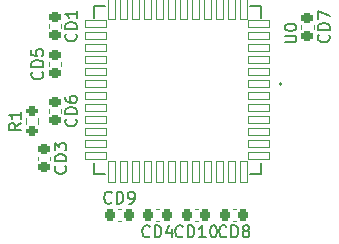
<source format=gto>
%TF.GenerationSoftware,KiCad,Pcbnew,8.0.3-8.0.3-0~ubuntu24.04.1*%
%TF.CreationDate,2024-07-09T09:27:24+02:00*%
%TF.ProjectId,PythonBreakout,50797468-6f6e-4427-9265-616b6f75742e,rev?*%
%TF.SameCoordinates,Original*%
%TF.FileFunction,Legend,Top*%
%TF.FilePolarity,Positive*%
%FSLAX46Y46*%
G04 Gerber Fmt 4.6, Leading zero omitted, Abs format (unit mm)*
G04 Created by KiCad (PCBNEW 8.0.3-8.0.3-0~ubuntu24.04.1) date 2024-07-09 09:27:24*
%MOMM*%
%LPD*%
G01*
G04 APERTURE LIST*
G04 Aperture macros list*
%AMRoundRect*
0 Rectangle with rounded corners*
0 $1 Rounding radius*
0 $2 $3 $4 $5 $6 $7 $8 $9 X,Y pos of 4 corners*
0 Add a 4 corners polygon primitive as box body*
4,1,4,$2,$3,$4,$5,$6,$7,$8,$9,$2,$3,0*
0 Add four circle primitives for the rounded corners*
1,1,$1+$1,$2,$3*
1,1,$1+$1,$4,$5*
1,1,$1+$1,$6,$7*
1,1,$1+$1,$8,$9*
0 Add four rect primitives between the rounded corners*
20,1,$1+$1,$2,$3,$4,$5,0*
20,1,$1+$1,$4,$5,$6,$7,0*
20,1,$1+$1,$6,$7,$8,$9,0*
20,1,$1+$1,$8,$9,$2,$3,0*%
G04 Aperture macros list end*
%ADD10C,0.150000*%
%ADD11C,0.120000*%
%ADD12C,0.127000*%
%ADD13C,0.200000*%
%ADD14RoundRect,0.225000X0.225000X0.250000X-0.225000X0.250000X-0.225000X-0.250000X0.225000X-0.250000X0*%
%ADD15RoundRect,0.225000X-0.250000X0.225000X-0.250000X-0.225000X0.250000X-0.225000X0.250000X0.225000X0*%
%ADD16RoundRect,0.040440X-0.876560X0.296560X-0.876560X-0.296560X0.876560X-0.296560X0.876560X0.296560X0*%
%ADD17RoundRect,0.040440X-0.296560X0.876560X-0.296560X-0.876560X0.296560X-0.876560X0.296560X0.876560X0*%
%ADD18RoundRect,0.200000X0.275000X-0.200000X0.275000X0.200000X-0.275000X0.200000X-0.275000X-0.200000X0*%
%ADD19RoundRect,0.225000X-0.225000X-0.250000X0.225000X-0.250000X0.225000X0.250000X-0.225000X0.250000X0*%
%ADD20RoundRect,0.225000X0.250000X-0.225000X0.250000X0.225000X-0.250000X0.225000X-0.250000X-0.225000X0*%
%ADD21C,1.190000*%
G04 APERTURE END LIST*
D10*
X87638333Y-82364580D02*
X87590714Y-82412200D01*
X87590714Y-82412200D02*
X87447857Y-82459819D01*
X87447857Y-82459819D02*
X87352619Y-82459819D01*
X87352619Y-82459819D02*
X87209762Y-82412200D01*
X87209762Y-82412200D02*
X87114524Y-82316961D01*
X87114524Y-82316961D02*
X87066905Y-82221723D01*
X87066905Y-82221723D02*
X87019286Y-82031247D01*
X87019286Y-82031247D02*
X87019286Y-81888390D01*
X87019286Y-81888390D02*
X87066905Y-81697914D01*
X87066905Y-81697914D02*
X87114524Y-81602676D01*
X87114524Y-81602676D02*
X87209762Y-81507438D01*
X87209762Y-81507438D02*
X87352619Y-81459819D01*
X87352619Y-81459819D02*
X87447857Y-81459819D01*
X87447857Y-81459819D02*
X87590714Y-81507438D01*
X87590714Y-81507438D02*
X87638333Y-81555057D01*
X88066905Y-82459819D02*
X88066905Y-81459819D01*
X88066905Y-81459819D02*
X88305000Y-81459819D01*
X88305000Y-81459819D02*
X88447857Y-81507438D01*
X88447857Y-81507438D02*
X88543095Y-81602676D01*
X88543095Y-81602676D02*
X88590714Y-81697914D01*
X88590714Y-81697914D02*
X88638333Y-81888390D01*
X88638333Y-81888390D02*
X88638333Y-82031247D01*
X88638333Y-82031247D02*
X88590714Y-82221723D01*
X88590714Y-82221723D02*
X88543095Y-82316961D01*
X88543095Y-82316961D02*
X88447857Y-82412200D01*
X88447857Y-82412200D02*
X88305000Y-82459819D01*
X88305000Y-82459819D02*
X88066905Y-82459819D01*
X89495476Y-81793152D02*
X89495476Y-82459819D01*
X89257381Y-81412200D02*
X89019286Y-82126485D01*
X89019286Y-82126485D02*
X89638333Y-82126485D01*
X81394580Y-72441666D02*
X81442200Y-72489285D01*
X81442200Y-72489285D02*
X81489819Y-72632142D01*
X81489819Y-72632142D02*
X81489819Y-72727380D01*
X81489819Y-72727380D02*
X81442200Y-72870237D01*
X81442200Y-72870237D02*
X81346961Y-72965475D01*
X81346961Y-72965475D02*
X81251723Y-73013094D01*
X81251723Y-73013094D02*
X81061247Y-73060713D01*
X81061247Y-73060713D02*
X80918390Y-73060713D01*
X80918390Y-73060713D02*
X80727914Y-73013094D01*
X80727914Y-73013094D02*
X80632676Y-72965475D01*
X80632676Y-72965475D02*
X80537438Y-72870237D01*
X80537438Y-72870237D02*
X80489819Y-72727380D01*
X80489819Y-72727380D02*
X80489819Y-72632142D01*
X80489819Y-72632142D02*
X80537438Y-72489285D01*
X80537438Y-72489285D02*
X80585057Y-72441666D01*
X81489819Y-72013094D02*
X80489819Y-72013094D01*
X80489819Y-72013094D02*
X80489819Y-71774999D01*
X80489819Y-71774999D02*
X80537438Y-71632142D01*
X80537438Y-71632142D02*
X80632676Y-71536904D01*
X80632676Y-71536904D02*
X80727914Y-71489285D01*
X80727914Y-71489285D02*
X80918390Y-71441666D01*
X80918390Y-71441666D02*
X81061247Y-71441666D01*
X81061247Y-71441666D02*
X81251723Y-71489285D01*
X81251723Y-71489285D02*
X81346961Y-71536904D01*
X81346961Y-71536904D02*
X81442200Y-71632142D01*
X81442200Y-71632142D02*
X81489819Y-71774999D01*
X81489819Y-71774999D02*
X81489819Y-72013094D01*
X80489819Y-70584523D02*
X80489819Y-70774999D01*
X80489819Y-70774999D02*
X80537438Y-70870237D01*
X80537438Y-70870237D02*
X80585057Y-70917856D01*
X80585057Y-70917856D02*
X80727914Y-71013094D01*
X80727914Y-71013094D02*
X80918390Y-71060713D01*
X80918390Y-71060713D02*
X81299342Y-71060713D01*
X81299342Y-71060713D02*
X81394580Y-71013094D01*
X81394580Y-71013094D02*
X81442200Y-70965475D01*
X81442200Y-70965475D02*
X81489819Y-70870237D01*
X81489819Y-70870237D02*
X81489819Y-70679761D01*
X81489819Y-70679761D02*
X81442200Y-70584523D01*
X81442200Y-70584523D02*
X81394580Y-70536904D01*
X81394580Y-70536904D02*
X81299342Y-70489285D01*
X81299342Y-70489285D02*
X81061247Y-70489285D01*
X81061247Y-70489285D02*
X80966009Y-70536904D01*
X80966009Y-70536904D02*
X80918390Y-70584523D01*
X80918390Y-70584523D02*
X80870771Y-70679761D01*
X80870771Y-70679761D02*
X80870771Y-70870237D01*
X80870771Y-70870237D02*
X80918390Y-70965475D01*
X80918390Y-70965475D02*
X80966009Y-71013094D01*
X80966009Y-71013094D02*
X81061247Y-71060713D01*
X102794580Y-65316666D02*
X102842200Y-65364285D01*
X102842200Y-65364285D02*
X102889819Y-65507142D01*
X102889819Y-65507142D02*
X102889819Y-65602380D01*
X102889819Y-65602380D02*
X102842200Y-65745237D01*
X102842200Y-65745237D02*
X102746961Y-65840475D01*
X102746961Y-65840475D02*
X102651723Y-65888094D01*
X102651723Y-65888094D02*
X102461247Y-65935713D01*
X102461247Y-65935713D02*
X102318390Y-65935713D01*
X102318390Y-65935713D02*
X102127914Y-65888094D01*
X102127914Y-65888094D02*
X102032676Y-65840475D01*
X102032676Y-65840475D02*
X101937438Y-65745237D01*
X101937438Y-65745237D02*
X101889819Y-65602380D01*
X101889819Y-65602380D02*
X101889819Y-65507142D01*
X101889819Y-65507142D02*
X101937438Y-65364285D01*
X101937438Y-65364285D02*
X101985057Y-65316666D01*
X102889819Y-64888094D02*
X101889819Y-64888094D01*
X101889819Y-64888094D02*
X101889819Y-64649999D01*
X101889819Y-64649999D02*
X101937438Y-64507142D01*
X101937438Y-64507142D02*
X102032676Y-64411904D01*
X102032676Y-64411904D02*
X102127914Y-64364285D01*
X102127914Y-64364285D02*
X102318390Y-64316666D01*
X102318390Y-64316666D02*
X102461247Y-64316666D01*
X102461247Y-64316666D02*
X102651723Y-64364285D01*
X102651723Y-64364285D02*
X102746961Y-64411904D01*
X102746961Y-64411904D02*
X102842200Y-64507142D01*
X102842200Y-64507142D02*
X102889819Y-64649999D01*
X102889819Y-64649999D02*
X102889819Y-64888094D01*
X101889819Y-63983332D02*
X101889819Y-63316666D01*
X101889819Y-63316666D02*
X102889819Y-63745237D01*
X99059819Y-65966904D02*
X99869342Y-65966904D01*
X99869342Y-65966904D02*
X99964580Y-65919285D01*
X99964580Y-65919285D02*
X100012200Y-65871666D01*
X100012200Y-65871666D02*
X100059819Y-65776428D01*
X100059819Y-65776428D02*
X100059819Y-65585952D01*
X100059819Y-65585952D02*
X100012200Y-65490714D01*
X100012200Y-65490714D02*
X99964580Y-65443095D01*
X99964580Y-65443095D02*
X99869342Y-65395476D01*
X99869342Y-65395476D02*
X99059819Y-65395476D01*
X99059819Y-64728809D02*
X99059819Y-64633571D01*
X99059819Y-64633571D02*
X99107438Y-64538333D01*
X99107438Y-64538333D02*
X99155057Y-64490714D01*
X99155057Y-64490714D02*
X99250295Y-64443095D01*
X99250295Y-64443095D02*
X99440771Y-64395476D01*
X99440771Y-64395476D02*
X99678866Y-64395476D01*
X99678866Y-64395476D02*
X99869342Y-64443095D01*
X99869342Y-64443095D02*
X99964580Y-64490714D01*
X99964580Y-64490714D02*
X100012200Y-64538333D01*
X100012200Y-64538333D02*
X100059819Y-64633571D01*
X100059819Y-64633571D02*
X100059819Y-64728809D01*
X100059819Y-64728809D02*
X100012200Y-64824047D01*
X100012200Y-64824047D02*
X99964580Y-64871666D01*
X99964580Y-64871666D02*
X99869342Y-64919285D01*
X99869342Y-64919285D02*
X99678866Y-64966904D01*
X99678866Y-64966904D02*
X99440771Y-64966904D01*
X99440771Y-64966904D02*
X99250295Y-64919285D01*
X99250295Y-64919285D02*
X99155057Y-64871666D01*
X99155057Y-64871666D02*
X99107438Y-64824047D01*
X99107438Y-64824047D02*
X99059819Y-64728809D01*
X94138333Y-82364580D02*
X94090714Y-82412200D01*
X94090714Y-82412200D02*
X93947857Y-82459819D01*
X93947857Y-82459819D02*
X93852619Y-82459819D01*
X93852619Y-82459819D02*
X93709762Y-82412200D01*
X93709762Y-82412200D02*
X93614524Y-82316961D01*
X93614524Y-82316961D02*
X93566905Y-82221723D01*
X93566905Y-82221723D02*
X93519286Y-82031247D01*
X93519286Y-82031247D02*
X93519286Y-81888390D01*
X93519286Y-81888390D02*
X93566905Y-81697914D01*
X93566905Y-81697914D02*
X93614524Y-81602676D01*
X93614524Y-81602676D02*
X93709762Y-81507438D01*
X93709762Y-81507438D02*
X93852619Y-81459819D01*
X93852619Y-81459819D02*
X93947857Y-81459819D01*
X93947857Y-81459819D02*
X94090714Y-81507438D01*
X94090714Y-81507438D02*
X94138333Y-81555057D01*
X94566905Y-82459819D02*
X94566905Y-81459819D01*
X94566905Y-81459819D02*
X94805000Y-81459819D01*
X94805000Y-81459819D02*
X94947857Y-81507438D01*
X94947857Y-81507438D02*
X95043095Y-81602676D01*
X95043095Y-81602676D02*
X95090714Y-81697914D01*
X95090714Y-81697914D02*
X95138333Y-81888390D01*
X95138333Y-81888390D02*
X95138333Y-82031247D01*
X95138333Y-82031247D02*
X95090714Y-82221723D01*
X95090714Y-82221723D02*
X95043095Y-82316961D01*
X95043095Y-82316961D02*
X94947857Y-82412200D01*
X94947857Y-82412200D02*
X94805000Y-82459819D01*
X94805000Y-82459819D02*
X94566905Y-82459819D01*
X95709762Y-81888390D02*
X95614524Y-81840771D01*
X95614524Y-81840771D02*
X95566905Y-81793152D01*
X95566905Y-81793152D02*
X95519286Y-81697914D01*
X95519286Y-81697914D02*
X95519286Y-81650295D01*
X95519286Y-81650295D02*
X95566905Y-81555057D01*
X95566905Y-81555057D02*
X95614524Y-81507438D01*
X95614524Y-81507438D02*
X95709762Y-81459819D01*
X95709762Y-81459819D02*
X95900238Y-81459819D01*
X95900238Y-81459819D02*
X95995476Y-81507438D01*
X95995476Y-81507438D02*
X96043095Y-81555057D01*
X96043095Y-81555057D02*
X96090714Y-81650295D01*
X96090714Y-81650295D02*
X96090714Y-81697914D01*
X96090714Y-81697914D02*
X96043095Y-81793152D01*
X96043095Y-81793152D02*
X95995476Y-81840771D01*
X95995476Y-81840771D02*
X95900238Y-81888390D01*
X95900238Y-81888390D02*
X95709762Y-81888390D01*
X95709762Y-81888390D02*
X95614524Y-81936009D01*
X95614524Y-81936009D02*
X95566905Y-81983628D01*
X95566905Y-81983628D02*
X95519286Y-82078866D01*
X95519286Y-82078866D02*
X95519286Y-82269342D01*
X95519286Y-82269342D02*
X95566905Y-82364580D01*
X95566905Y-82364580D02*
X95614524Y-82412200D01*
X95614524Y-82412200D02*
X95709762Y-82459819D01*
X95709762Y-82459819D02*
X95900238Y-82459819D01*
X95900238Y-82459819D02*
X95995476Y-82412200D01*
X95995476Y-82412200D02*
X96043095Y-82364580D01*
X96043095Y-82364580D02*
X96090714Y-82269342D01*
X96090714Y-82269342D02*
X96090714Y-82078866D01*
X96090714Y-82078866D02*
X96043095Y-81983628D01*
X96043095Y-81983628D02*
X95995476Y-81936009D01*
X95995476Y-81936009D02*
X95900238Y-81888390D01*
X90437142Y-82364580D02*
X90389523Y-82412200D01*
X90389523Y-82412200D02*
X90246666Y-82459819D01*
X90246666Y-82459819D02*
X90151428Y-82459819D01*
X90151428Y-82459819D02*
X90008571Y-82412200D01*
X90008571Y-82412200D02*
X89913333Y-82316961D01*
X89913333Y-82316961D02*
X89865714Y-82221723D01*
X89865714Y-82221723D02*
X89818095Y-82031247D01*
X89818095Y-82031247D02*
X89818095Y-81888390D01*
X89818095Y-81888390D02*
X89865714Y-81697914D01*
X89865714Y-81697914D02*
X89913333Y-81602676D01*
X89913333Y-81602676D02*
X90008571Y-81507438D01*
X90008571Y-81507438D02*
X90151428Y-81459819D01*
X90151428Y-81459819D02*
X90246666Y-81459819D01*
X90246666Y-81459819D02*
X90389523Y-81507438D01*
X90389523Y-81507438D02*
X90437142Y-81555057D01*
X90865714Y-82459819D02*
X90865714Y-81459819D01*
X90865714Y-81459819D02*
X91103809Y-81459819D01*
X91103809Y-81459819D02*
X91246666Y-81507438D01*
X91246666Y-81507438D02*
X91341904Y-81602676D01*
X91341904Y-81602676D02*
X91389523Y-81697914D01*
X91389523Y-81697914D02*
X91437142Y-81888390D01*
X91437142Y-81888390D02*
X91437142Y-82031247D01*
X91437142Y-82031247D02*
X91389523Y-82221723D01*
X91389523Y-82221723D02*
X91341904Y-82316961D01*
X91341904Y-82316961D02*
X91246666Y-82412200D01*
X91246666Y-82412200D02*
X91103809Y-82459819D01*
X91103809Y-82459819D02*
X90865714Y-82459819D01*
X92389523Y-82459819D02*
X91818095Y-82459819D01*
X92103809Y-82459819D02*
X92103809Y-81459819D01*
X92103809Y-81459819D02*
X92008571Y-81602676D01*
X92008571Y-81602676D02*
X91913333Y-81697914D01*
X91913333Y-81697914D02*
X91818095Y-81745533D01*
X93008571Y-81459819D02*
X93103809Y-81459819D01*
X93103809Y-81459819D02*
X93199047Y-81507438D01*
X93199047Y-81507438D02*
X93246666Y-81555057D01*
X93246666Y-81555057D02*
X93294285Y-81650295D01*
X93294285Y-81650295D02*
X93341904Y-81840771D01*
X93341904Y-81840771D02*
X93341904Y-82078866D01*
X93341904Y-82078866D02*
X93294285Y-82269342D01*
X93294285Y-82269342D02*
X93246666Y-82364580D01*
X93246666Y-82364580D02*
X93199047Y-82412200D01*
X93199047Y-82412200D02*
X93103809Y-82459819D01*
X93103809Y-82459819D02*
X93008571Y-82459819D01*
X93008571Y-82459819D02*
X92913333Y-82412200D01*
X92913333Y-82412200D02*
X92865714Y-82364580D01*
X92865714Y-82364580D02*
X92818095Y-82269342D01*
X92818095Y-82269342D02*
X92770476Y-82078866D01*
X92770476Y-82078866D02*
X92770476Y-81840771D01*
X92770476Y-81840771D02*
X92818095Y-81650295D01*
X92818095Y-81650295D02*
X92865714Y-81555057D01*
X92865714Y-81555057D02*
X92913333Y-81507438D01*
X92913333Y-81507438D02*
X93008571Y-81459819D01*
X76729819Y-72791666D02*
X76253628Y-73124999D01*
X76729819Y-73363094D02*
X75729819Y-73363094D01*
X75729819Y-73363094D02*
X75729819Y-72982142D01*
X75729819Y-72982142D02*
X75777438Y-72886904D01*
X75777438Y-72886904D02*
X75825057Y-72839285D01*
X75825057Y-72839285D02*
X75920295Y-72791666D01*
X75920295Y-72791666D02*
X76063152Y-72791666D01*
X76063152Y-72791666D02*
X76158390Y-72839285D01*
X76158390Y-72839285D02*
X76206009Y-72886904D01*
X76206009Y-72886904D02*
X76253628Y-72982142D01*
X76253628Y-72982142D02*
X76253628Y-73363094D01*
X76729819Y-71839285D02*
X76729819Y-72410713D01*
X76729819Y-72124999D02*
X75729819Y-72124999D01*
X75729819Y-72124999D02*
X75872676Y-72220237D01*
X75872676Y-72220237D02*
X75967914Y-72315475D01*
X75967914Y-72315475D02*
X76015533Y-72410713D01*
X84413333Y-79504580D02*
X84365714Y-79552200D01*
X84365714Y-79552200D02*
X84222857Y-79599819D01*
X84222857Y-79599819D02*
X84127619Y-79599819D01*
X84127619Y-79599819D02*
X83984762Y-79552200D01*
X83984762Y-79552200D02*
X83889524Y-79456961D01*
X83889524Y-79456961D02*
X83841905Y-79361723D01*
X83841905Y-79361723D02*
X83794286Y-79171247D01*
X83794286Y-79171247D02*
X83794286Y-79028390D01*
X83794286Y-79028390D02*
X83841905Y-78837914D01*
X83841905Y-78837914D02*
X83889524Y-78742676D01*
X83889524Y-78742676D02*
X83984762Y-78647438D01*
X83984762Y-78647438D02*
X84127619Y-78599819D01*
X84127619Y-78599819D02*
X84222857Y-78599819D01*
X84222857Y-78599819D02*
X84365714Y-78647438D01*
X84365714Y-78647438D02*
X84413333Y-78695057D01*
X84841905Y-79599819D02*
X84841905Y-78599819D01*
X84841905Y-78599819D02*
X85080000Y-78599819D01*
X85080000Y-78599819D02*
X85222857Y-78647438D01*
X85222857Y-78647438D02*
X85318095Y-78742676D01*
X85318095Y-78742676D02*
X85365714Y-78837914D01*
X85365714Y-78837914D02*
X85413333Y-79028390D01*
X85413333Y-79028390D02*
X85413333Y-79171247D01*
X85413333Y-79171247D02*
X85365714Y-79361723D01*
X85365714Y-79361723D02*
X85318095Y-79456961D01*
X85318095Y-79456961D02*
X85222857Y-79552200D01*
X85222857Y-79552200D02*
X85080000Y-79599819D01*
X85080000Y-79599819D02*
X84841905Y-79599819D01*
X85889524Y-79599819D02*
X86080000Y-79599819D01*
X86080000Y-79599819D02*
X86175238Y-79552200D01*
X86175238Y-79552200D02*
X86222857Y-79504580D01*
X86222857Y-79504580D02*
X86318095Y-79361723D01*
X86318095Y-79361723D02*
X86365714Y-79171247D01*
X86365714Y-79171247D02*
X86365714Y-78790295D01*
X86365714Y-78790295D02*
X86318095Y-78695057D01*
X86318095Y-78695057D02*
X86270476Y-78647438D01*
X86270476Y-78647438D02*
X86175238Y-78599819D01*
X86175238Y-78599819D02*
X85984762Y-78599819D01*
X85984762Y-78599819D02*
X85889524Y-78647438D01*
X85889524Y-78647438D02*
X85841905Y-78695057D01*
X85841905Y-78695057D02*
X85794286Y-78790295D01*
X85794286Y-78790295D02*
X85794286Y-79028390D01*
X85794286Y-79028390D02*
X85841905Y-79123628D01*
X85841905Y-79123628D02*
X85889524Y-79171247D01*
X85889524Y-79171247D02*
X85984762Y-79218866D01*
X85984762Y-79218866D02*
X86175238Y-79218866D01*
X86175238Y-79218866D02*
X86270476Y-79171247D01*
X86270476Y-79171247D02*
X86318095Y-79123628D01*
X86318095Y-79123628D02*
X86365714Y-79028390D01*
X81394580Y-65241666D02*
X81442200Y-65289285D01*
X81442200Y-65289285D02*
X81489819Y-65432142D01*
X81489819Y-65432142D02*
X81489819Y-65527380D01*
X81489819Y-65527380D02*
X81442200Y-65670237D01*
X81442200Y-65670237D02*
X81346961Y-65765475D01*
X81346961Y-65765475D02*
X81251723Y-65813094D01*
X81251723Y-65813094D02*
X81061247Y-65860713D01*
X81061247Y-65860713D02*
X80918390Y-65860713D01*
X80918390Y-65860713D02*
X80727914Y-65813094D01*
X80727914Y-65813094D02*
X80632676Y-65765475D01*
X80632676Y-65765475D02*
X80537438Y-65670237D01*
X80537438Y-65670237D02*
X80489819Y-65527380D01*
X80489819Y-65527380D02*
X80489819Y-65432142D01*
X80489819Y-65432142D02*
X80537438Y-65289285D01*
X80537438Y-65289285D02*
X80585057Y-65241666D01*
X81489819Y-64813094D02*
X80489819Y-64813094D01*
X80489819Y-64813094D02*
X80489819Y-64574999D01*
X80489819Y-64574999D02*
X80537438Y-64432142D01*
X80537438Y-64432142D02*
X80632676Y-64336904D01*
X80632676Y-64336904D02*
X80727914Y-64289285D01*
X80727914Y-64289285D02*
X80918390Y-64241666D01*
X80918390Y-64241666D02*
X81061247Y-64241666D01*
X81061247Y-64241666D02*
X81251723Y-64289285D01*
X81251723Y-64289285D02*
X81346961Y-64336904D01*
X81346961Y-64336904D02*
X81442200Y-64432142D01*
X81442200Y-64432142D02*
X81489819Y-64574999D01*
X81489819Y-64574999D02*
X81489819Y-64813094D01*
X81489819Y-63289285D02*
X81489819Y-63860713D01*
X81489819Y-63574999D02*
X80489819Y-63574999D01*
X80489819Y-63574999D02*
X80632676Y-63670237D01*
X80632676Y-63670237D02*
X80727914Y-63765475D01*
X80727914Y-63765475D02*
X80775533Y-63860713D01*
X80494580Y-76441666D02*
X80542200Y-76489285D01*
X80542200Y-76489285D02*
X80589819Y-76632142D01*
X80589819Y-76632142D02*
X80589819Y-76727380D01*
X80589819Y-76727380D02*
X80542200Y-76870237D01*
X80542200Y-76870237D02*
X80446961Y-76965475D01*
X80446961Y-76965475D02*
X80351723Y-77013094D01*
X80351723Y-77013094D02*
X80161247Y-77060713D01*
X80161247Y-77060713D02*
X80018390Y-77060713D01*
X80018390Y-77060713D02*
X79827914Y-77013094D01*
X79827914Y-77013094D02*
X79732676Y-76965475D01*
X79732676Y-76965475D02*
X79637438Y-76870237D01*
X79637438Y-76870237D02*
X79589819Y-76727380D01*
X79589819Y-76727380D02*
X79589819Y-76632142D01*
X79589819Y-76632142D02*
X79637438Y-76489285D01*
X79637438Y-76489285D02*
X79685057Y-76441666D01*
X80589819Y-76013094D02*
X79589819Y-76013094D01*
X79589819Y-76013094D02*
X79589819Y-75774999D01*
X79589819Y-75774999D02*
X79637438Y-75632142D01*
X79637438Y-75632142D02*
X79732676Y-75536904D01*
X79732676Y-75536904D02*
X79827914Y-75489285D01*
X79827914Y-75489285D02*
X80018390Y-75441666D01*
X80018390Y-75441666D02*
X80161247Y-75441666D01*
X80161247Y-75441666D02*
X80351723Y-75489285D01*
X80351723Y-75489285D02*
X80446961Y-75536904D01*
X80446961Y-75536904D02*
X80542200Y-75632142D01*
X80542200Y-75632142D02*
X80589819Y-75774999D01*
X80589819Y-75774999D02*
X80589819Y-76013094D01*
X79589819Y-75108332D02*
X79589819Y-74489285D01*
X79589819Y-74489285D02*
X79970771Y-74822618D01*
X79970771Y-74822618D02*
X79970771Y-74679761D01*
X79970771Y-74679761D02*
X80018390Y-74584523D01*
X80018390Y-74584523D02*
X80066009Y-74536904D01*
X80066009Y-74536904D02*
X80161247Y-74489285D01*
X80161247Y-74489285D02*
X80399342Y-74489285D01*
X80399342Y-74489285D02*
X80494580Y-74536904D01*
X80494580Y-74536904D02*
X80542200Y-74584523D01*
X80542200Y-74584523D02*
X80589819Y-74679761D01*
X80589819Y-74679761D02*
X80589819Y-74965475D01*
X80589819Y-74965475D02*
X80542200Y-75060713D01*
X80542200Y-75060713D02*
X80494580Y-75108332D01*
X78534580Y-68466666D02*
X78582200Y-68514285D01*
X78582200Y-68514285D02*
X78629819Y-68657142D01*
X78629819Y-68657142D02*
X78629819Y-68752380D01*
X78629819Y-68752380D02*
X78582200Y-68895237D01*
X78582200Y-68895237D02*
X78486961Y-68990475D01*
X78486961Y-68990475D02*
X78391723Y-69038094D01*
X78391723Y-69038094D02*
X78201247Y-69085713D01*
X78201247Y-69085713D02*
X78058390Y-69085713D01*
X78058390Y-69085713D02*
X77867914Y-69038094D01*
X77867914Y-69038094D02*
X77772676Y-68990475D01*
X77772676Y-68990475D02*
X77677438Y-68895237D01*
X77677438Y-68895237D02*
X77629819Y-68752380D01*
X77629819Y-68752380D02*
X77629819Y-68657142D01*
X77629819Y-68657142D02*
X77677438Y-68514285D01*
X77677438Y-68514285D02*
X77725057Y-68466666D01*
X78629819Y-68038094D02*
X77629819Y-68038094D01*
X77629819Y-68038094D02*
X77629819Y-67799999D01*
X77629819Y-67799999D02*
X77677438Y-67657142D01*
X77677438Y-67657142D02*
X77772676Y-67561904D01*
X77772676Y-67561904D02*
X77867914Y-67514285D01*
X77867914Y-67514285D02*
X78058390Y-67466666D01*
X78058390Y-67466666D02*
X78201247Y-67466666D01*
X78201247Y-67466666D02*
X78391723Y-67514285D01*
X78391723Y-67514285D02*
X78486961Y-67561904D01*
X78486961Y-67561904D02*
X78582200Y-67657142D01*
X78582200Y-67657142D02*
X78629819Y-67799999D01*
X78629819Y-67799999D02*
X78629819Y-68038094D01*
X77629819Y-66561904D02*
X77629819Y-67038094D01*
X77629819Y-67038094D02*
X78106009Y-67085713D01*
X78106009Y-67085713D02*
X78058390Y-67038094D01*
X78058390Y-67038094D02*
X78010771Y-66942856D01*
X78010771Y-66942856D02*
X78010771Y-66704761D01*
X78010771Y-66704761D02*
X78058390Y-66609523D01*
X78058390Y-66609523D02*
X78106009Y-66561904D01*
X78106009Y-66561904D02*
X78201247Y-66514285D01*
X78201247Y-66514285D02*
X78439342Y-66514285D01*
X78439342Y-66514285D02*
X78534580Y-66561904D01*
X78534580Y-66561904D02*
X78582200Y-66609523D01*
X78582200Y-66609523D02*
X78629819Y-66704761D01*
X78629819Y-66704761D02*
X78629819Y-66942856D01*
X78629819Y-66942856D02*
X78582200Y-67038094D01*
X78582200Y-67038094D02*
X78534580Y-67085713D01*
D11*
X88445580Y-80065000D02*
X88164420Y-80065000D01*
X88445580Y-81085000D02*
X88164420Y-81085000D01*
X79095000Y-71634420D02*
X79095000Y-71915580D01*
X80115000Y-71634420D02*
X80115000Y-71915580D01*
X100495000Y-64509420D02*
X100495000Y-64790580D01*
X101515000Y-64509420D02*
X101515000Y-64790580D01*
D12*
X82890000Y-62890000D02*
X83857000Y-62890000D01*
X82890000Y-63857000D02*
X82890000Y-62890000D01*
X82890000Y-77110000D02*
X82890000Y-76143000D01*
X82890000Y-77110000D02*
X83857000Y-77110000D01*
X96143000Y-62890000D02*
X97110000Y-62890000D01*
X97110000Y-62890000D02*
X97110000Y-63857000D01*
X97110000Y-76143000D02*
X97110000Y-77110000D01*
X97110000Y-77110000D02*
X96143000Y-77110000D01*
D13*
X98820000Y-69492000D02*
G75*
G02*
X98620000Y-69492000I-100000J0D01*
G01*
X98620000Y-69492000D02*
G75*
G02*
X98820000Y-69492000I100000J0D01*
G01*
D11*
X94945580Y-80065000D02*
X94664420Y-80065000D01*
X94945580Y-81085000D02*
X94664420Y-81085000D01*
X91720580Y-80065000D02*
X91439420Y-80065000D01*
X91720580Y-81085000D02*
X91439420Y-81085000D01*
X77182500Y-72862258D02*
X77182500Y-72387742D01*
X78227500Y-72862258D02*
X78227500Y-72387742D01*
X84939420Y-80065000D02*
X85220580Y-80065000D01*
X84939420Y-81085000D02*
X85220580Y-81085000D01*
X79095000Y-64434420D02*
X79095000Y-64715580D01*
X80115000Y-64434420D02*
X80115000Y-64715580D01*
X78195000Y-75634420D02*
X78195000Y-75915580D01*
X79215000Y-75634420D02*
X79215000Y-75915580D01*
X79095000Y-67940580D02*
X79095000Y-67659420D01*
X80115000Y-67940580D02*
X80115000Y-67659420D01*
%LPC*%
D14*
X89080000Y-80575000D03*
X87530000Y-80575000D03*
D15*
X79605000Y-71000000D03*
X79605000Y-72550000D03*
X101005000Y-63875000D03*
X101005000Y-65425000D03*
D16*
X96905000Y-69492000D03*
X96905000Y-68476000D03*
X96905000Y-67460000D03*
X96905000Y-66444000D03*
X96905000Y-65428000D03*
X96905000Y-64412000D03*
D17*
X95588000Y-63095000D03*
X94572000Y-63095000D03*
X93556000Y-63095000D03*
X92540000Y-63095000D03*
X91524000Y-63095000D03*
X90508000Y-63095000D03*
X89492000Y-63095000D03*
X88476000Y-63095000D03*
X87460000Y-63095000D03*
X86444000Y-63095000D03*
X85428000Y-63095000D03*
X84412000Y-63095000D03*
D16*
X83095000Y-64412000D03*
X83095000Y-65428000D03*
X83095000Y-66444000D03*
X83095000Y-67460000D03*
X83095000Y-68476000D03*
X83095000Y-69492000D03*
X83095000Y-70508000D03*
X83095000Y-71524000D03*
X83095000Y-72540000D03*
X83095000Y-73556000D03*
X83095000Y-74572000D03*
X83095000Y-75588000D03*
D17*
X84412000Y-76905000D03*
X85428000Y-76905000D03*
X86444000Y-76905000D03*
X87460000Y-76905000D03*
X88476000Y-76905000D03*
X89492000Y-76905000D03*
X90508000Y-76905000D03*
X91524000Y-76905000D03*
X92540000Y-76905000D03*
X93556000Y-76905000D03*
X94572000Y-76905000D03*
X95588000Y-76905000D03*
D16*
X96905000Y-75588000D03*
X96905000Y-74572000D03*
X96905000Y-73556000D03*
X96905000Y-72540000D03*
X96905000Y-71524000D03*
X96905000Y-70508000D03*
D14*
X95580000Y-80575000D03*
X94030000Y-80575000D03*
X92355000Y-80575000D03*
X90805000Y-80575000D03*
D18*
X77705000Y-73450000D03*
X77705000Y-71800000D03*
D19*
X84305000Y-80575000D03*
X85855000Y-80575000D03*
D15*
X79605000Y-63800000D03*
X79605000Y-65350000D03*
X78705000Y-75000000D03*
X78705000Y-76550000D03*
D20*
X79605000Y-68575000D03*
X79605000Y-67025000D03*
D21*
X82695000Y-85535000D03*
X97305000Y-85535000D03*
X79520000Y-58925000D03*
X100480000Y-58925000D03*
%LPD*%
M02*

</source>
